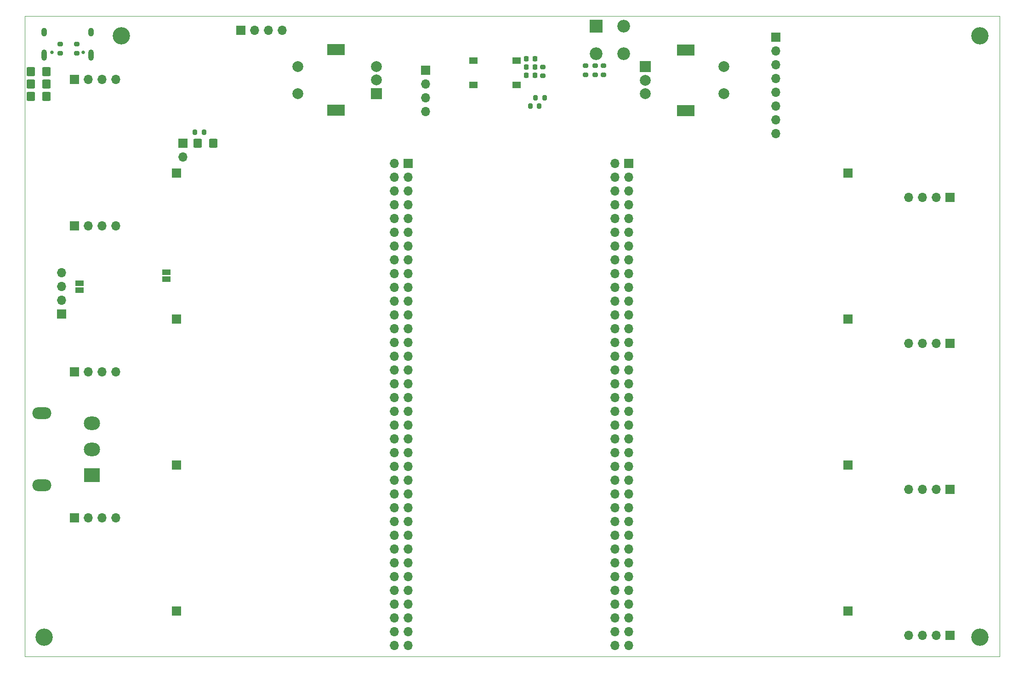
<source format=gbr>
G04 #@! TF.GenerationSoftware,KiCad,Pcbnew,(5.99.0-11749-g6427197962)*
G04 #@! TF.CreationDate,2021-09-04T15:49:30+10:00*
G04 #@! TF.ProjectId,Mainboard,4d61696e-626f-4617-9264-2e6b69636164,rev?*
G04 #@! TF.SameCoordinates,Original*
G04 #@! TF.FileFunction,Soldermask,Top*
G04 #@! TF.FilePolarity,Negative*
%FSLAX46Y46*%
G04 Gerber Fmt 4.6, Leading zero omitted, Abs format (unit mm)*
G04 Created by KiCad (PCBNEW (5.99.0-11749-g6427197962)) date 2021-09-04 15:49:30*
%MOMM*%
%LPD*%
G01*
G04 APERTURE LIST*
G04 Aperture macros list*
%AMRoundRect*
0 Rectangle with rounded corners*
0 $1 Rounding radius*
0 $2 $3 $4 $5 $6 $7 $8 $9 X,Y pos of 4 corners*
0 Add a 4 corners polygon primitive as box body*
4,1,4,$2,$3,$4,$5,$6,$7,$8,$9,$2,$3,0*
0 Add four circle primitives for the rounded corners*
1,1,$1+$1,$2,$3*
1,1,$1+$1,$4,$5*
1,1,$1+$1,$6,$7*
1,1,$1+$1,$8,$9*
0 Add four rect primitives between the rounded corners*
20,1,$1+$1,$2,$3,$4,$5,0*
20,1,$1+$1,$4,$5,$6,$7,0*
20,1,$1+$1,$6,$7,$8,$9,0*
20,1,$1+$1,$8,$9,$2,$3,0*%
G04 Aperture macros list end*
G04 #@! TA.AperFunction,Profile*
%ADD10C,0.100000*%
G04 #@! TD*
%ADD11R,1.700000X1.700000*%
%ADD12O,1.700000X1.700000*%
%ADD13R,2.000000X2.000000*%
%ADD14C,2.000000*%
%ADD15R,3.200000X2.000000*%
%ADD16R,1.500000X1.000000*%
%ADD17RoundRect,0.250000X0.550000X0.575000X-0.550000X0.575000X-0.550000X-0.575000X0.550000X-0.575000X0*%
%ADD18RoundRect,0.200000X-0.200000X-0.275000X0.200000X-0.275000X0.200000X0.275000X-0.200000X0.275000X0*%
%ADD19RoundRect,0.200000X0.200000X0.275000X-0.200000X0.275000X-0.200000X-0.275000X0.200000X-0.275000X0*%
%ADD20RoundRect,0.200000X0.275000X-0.200000X0.275000X0.200000X-0.275000X0.200000X-0.275000X-0.200000X0*%
%ADD21RoundRect,0.200000X-0.275000X0.200000X-0.275000X-0.200000X0.275000X-0.200000X0.275000X0.200000X0*%
%ADD22C,3.200000*%
%ADD23RoundRect,0.225000X0.225000X0.250000X-0.225000X0.250000X-0.225000X-0.250000X0.225000X-0.250000X0*%
%ADD24R,2.350000X2.350000*%
%ADD25C,2.350000*%
%ADD26R,1.550000X1.300000*%
%ADD27O,3.500000X2.200000*%
%ADD28R,3.000000X2.500000*%
%ADD29O,3.000000X2.500000*%
%ADD30C,0.650000*%
%ADD31O,1.000000X1.600000*%
%ADD32O,1.000000X2.100000*%
G04 APERTURE END LIST*
D10*
X239839000Y-159703000D02*
X60261000Y-159703000D01*
X60261000Y-159703000D02*
X60261000Y-41593000D01*
X60261000Y-41593000D02*
X239839000Y-41593000D01*
X239839000Y-41593000D02*
X239839000Y-159703000D01*
D11*
G04 #@! TO.C,J30*
X230685000Y-101947000D03*
D12*
X228145000Y-101947000D03*
X225605000Y-101947000D03*
X223065000Y-101947000D03*
G04 #@! TD*
D13*
G04 #@! TO.C,SW4*
X125102000Y-55840000D03*
D14*
X125102000Y-50840000D03*
X125102000Y-53340000D03*
D15*
X117602000Y-58940000D03*
X117602000Y-47740000D03*
D14*
X110602000Y-50840000D03*
X110602000Y-55840000D03*
G04 #@! TD*
D16*
G04 #@! TO.C,JP6*
X86360000Y-90058000D03*
X86360000Y-88758000D03*
G04 #@! TD*
D11*
G04 #@! TO.C,J3*
X100076000Y-44171000D03*
D12*
X102616000Y-44171000D03*
X105156000Y-44171000D03*
X107696000Y-44171000D03*
G04 #@! TD*
D17*
G04 #@! TO.C,D6*
X64262000Y-56388000D03*
X61412000Y-56388000D03*
G04 #@! TD*
D18*
G04 #@! TO.C,R1*
X153416000Y-58166000D03*
X155066000Y-58166000D03*
G04 #@! TD*
D19*
G04 #@! TO.C,R4*
X93281000Y-62992000D03*
X91631000Y-62992000D03*
G04 #@! TD*
D20*
G04 #@! TO.C,R32*
X69850000Y-48386000D03*
X69850000Y-46736000D03*
G04 #@! TD*
D11*
G04 #@! TO.C,J23*
X211899000Y-97473000D03*
G04 #@! TD*
D21*
G04 #@! TO.C,R9*
X166878000Y-50737000D03*
X166878000Y-52387000D03*
G04 #@! TD*
D11*
G04 #@! TO.C,J27*
X69469000Y-134112000D03*
D12*
X72009000Y-134112000D03*
X74549000Y-134112000D03*
X77089000Y-134112000D03*
G04 #@! TD*
D20*
G04 #@! TO.C,R3*
X155752000Y-52578000D03*
X155752000Y-50928000D03*
G04 #@! TD*
D22*
G04 #@! TO.C,H4*
X236238580Y-156095299D03*
G04 #@! TD*
G04 #@! TO.C,H1*
X78083422Y-45212000D03*
G04 #@! TD*
D11*
G04 #@! TO.C,J32*
X211899000Y-124397000D03*
G04 #@! TD*
D23*
G04 #@! TO.C,C3*
X154241000Y-49467000D03*
X152691000Y-49467000D03*
G04 #@! TD*
G04 #@! TO.C,C1*
X154241000Y-52515000D03*
X152691000Y-52515000D03*
G04 #@! TD*
D11*
G04 #@! TO.C,J25*
X69469000Y-80264000D03*
D12*
X72009000Y-80264000D03*
X74549000Y-80264000D03*
X77089000Y-80264000D03*
G04 #@! TD*
D11*
G04 #@! TO.C,J26*
X69469000Y-107188000D03*
D12*
X72009000Y-107188000D03*
X74549000Y-107188000D03*
X77089000Y-107188000D03*
G04 #@! TD*
D24*
G04 #@! TO.C,D4*
X165544000Y-43434000D03*
D25*
X165544000Y-48514000D03*
X170624000Y-48514000D03*
X170624000Y-43434000D03*
G04 #@! TD*
D17*
G04 #@! TO.C,D5*
X64262000Y-54102000D03*
X61412000Y-54102000D03*
G04 #@! TD*
D11*
G04 #@! TO.C,J7*
X130873000Y-68771000D03*
D12*
X128333000Y-68771000D03*
X130873000Y-71311000D03*
X128333000Y-71311000D03*
X130873000Y-73851000D03*
X128333000Y-73851000D03*
X130873000Y-76391000D03*
X128333000Y-76391000D03*
X130873000Y-78931000D03*
X128333000Y-78931000D03*
X130873000Y-81471000D03*
X128333000Y-81471000D03*
X130873000Y-84011000D03*
X128333000Y-84011000D03*
X130873000Y-86551000D03*
X128333000Y-86551000D03*
X130873000Y-89091000D03*
X128333000Y-89091000D03*
X130873000Y-91631000D03*
X128333000Y-91631000D03*
X130873000Y-94171000D03*
X128333000Y-94171000D03*
X130873000Y-96711000D03*
X128333000Y-96711000D03*
X130873000Y-99251000D03*
X128333000Y-99251000D03*
X130873000Y-101791000D03*
X128333000Y-101791000D03*
X130873000Y-104331000D03*
X128333000Y-104331000D03*
X130873000Y-106871000D03*
X128333000Y-106871000D03*
X130873000Y-109411000D03*
X128333000Y-109411000D03*
X130873000Y-111951000D03*
X128333000Y-111951000D03*
X130873000Y-114491000D03*
X128333000Y-114491000D03*
X130873000Y-117031000D03*
X128333000Y-117031000D03*
X130873000Y-119571000D03*
X128333000Y-119571000D03*
X130873000Y-122111000D03*
X128333000Y-122111000D03*
X130873000Y-124651000D03*
X128333000Y-124651000D03*
X130873000Y-127191000D03*
X128333000Y-127191000D03*
X130873000Y-129731000D03*
X128333000Y-129731000D03*
X130873000Y-132271000D03*
X128333000Y-132271000D03*
X130873000Y-134811000D03*
X128333000Y-134811000D03*
X130873000Y-137351000D03*
X128333000Y-137351000D03*
X130873000Y-139891000D03*
X128333000Y-139891000D03*
X130873000Y-142431000D03*
X128333000Y-142431000D03*
X130873000Y-144971000D03*
X128333000Y-144971000D03*
X130873000Y-147511000D03*
X128333000Y-147511000D03*
X130873000Y-150051000D03*
X128333000Y-150051000D03*
X130873000Y-152591000D03*
X128333000Y-152591000D03*
X130873000Y-155131000D03*
X128333000Y-155131000D03*
X130873000Y-157671000D03*
X128333000Y-157671000D03*
G04 #@! TD*
D23*
G04 #@! TO.C,C2*
X154241000Y-50991000D03*
X152691000Y-50991000D03*
G04 #@! TD*
D22*
G04 #@! TO.C,H2*
X236220000Y-45212000D03*
G04 #@! TD*
D11*
G04 #@! TO.C,J36*
X88201000Y-124397000D03*
G04 #@! TD*
D17*
G04 #@! TO.C,D1*
X94996000Y-65024000D03*
X92146000Y-65024000D03*
G04 #@! TD*
D13*
G04 #@! TO.C,SW3*
X174552511Y-50901489D03*
D14*
X174552511Y-55901489D03*
X174552511Y-53401489D03*
D15*
X182052511Y-47801489D03*
X182052511Y-59001489D03*
D14*
X189052511Y-55901489D03*
X189052511Y-50901489D03*
G04 #@! TD*
D11*
G04 #@! TO.C,J35*
X88201000Y-97473000D03*
G04 #@! TD*
G04 #@! TO.C,J29*
X230685000Y-128871000D03*
D12*
X228145000Y-128871000D03*
X225605000Y-128871000D03*
X223065000Y-128871000D03*
G04 #@! TD*
D11*
G04 #@! TO.C,J33*
X211899000Y-151321000D03*
G04 #@! TD*
D21*
G04 #@! TO.C,R8*
X163576000Y-50737000D03*
X163576000Y-52387000D03*
G04 #@! TD*
D26*
G04 #@! TO.C,SW1*
X150850000Y-49757000D03*
X142900000Y-49757000D03*
X142900000Y-54257000D03*
X150850000Y-54257000D03*
G04 #@! TD*
D17*
G04 #@! TO.C,D3*
X64262000Y-51816000D03*
X61412000Y-51816000D03*
G04 #@! TD*
D11*
G04 #@! TO.C,J37*
X88201000Y-151321000D03*
G04 #@! TD*
D19*
G04 #@! TO.C,R2*
X156019000Y-56642000D03*
X154369000Y-56642000D03*
G04 #@! TD*
D11*
G04 #@! TO.C,J34*
X88201000Y-70549000D03*
G04 #@! TD*
D16*
G04 #@! TO.C,JP5*
X70358000Y-92090000D03*
X70358000Y-90790000D03*
G04 #@! TD*
D11*
G04 #@! TO.C,J8*
X171513000Y-68771000D03*
D12*
X168973000Y-68771000D03*
X171513000Y-71311000D03*
X168973000Y-71311000D03*
X171513000Y-73851000D03*
X168973000Y-73851000D03*
X171513000Y-76391000D03*
X168973000Y-76391000D03*
X171513000Y-78931000D03*
X168973000Y-78931000D03*
X171513000Y-81471000D03*
X168973000Y-81471000D03*
X171513000Y-84011000D03*
X168973000Y-84011000D03*
X171513000Y-86551000D03*
X168973000Y-86551000D03*
X171513000Y-89091000D03*
X168973000Y-89091000D03*
X171513000Y-91631000D03*
X168973000Y-91631000D03*
X171513000Y-94171000D03*
X168973000Y-94171000D03*
X171513000Y-96711000D03*
X168973000Y-96711000D03*
X171513000Y-99251000D03*
X168973000Y-99251000D03*
X171513000Y-101791000D03*
X168973000Y-101791000D03*
X171513000Y-104331000D03*
X168973000Y-104331000D03*
X171513000Y-106871000D03*
X168973000Y-106871000D03*
X171513000Y-109411000D03*
X168973000Y-109411000D03*
X171513000Y-111951000D03*
X168973000Y-111951000D03*
X171513000Y-114491000D03*
X168973000Y-114491000D03*
X171513000Y-117031000D03*
X168973000Y-117031000D03*
X171513000Y-119571000D03*
X168973000Y-119571000D03*
X171513000Y-122111000D03*
X168973000Y-122111000D03*
X171513000Y-124651000D03*
X168973000Y-124651000D03*
X171513000Y-127191000D03*
X168973000Y-127191000D03*
X171513000Y-129731000D03*
X168973000Y-129731000D03*
X171513000Y-132271000D03*
X168973000Y-132271000D03*
X171513000Y-134811000D03*
X168973000Y-134811000D03*
X171513000Y-137351000D03*
X168973000Y-137351000D03*
X171513000Y-139891000D03*
X168973000Y-139891000D03*
X171513000Y-142431000D03*
X168973000Y-142431000D03*
X171513000Y-144971000D03*
X168973000Y-144971000D03*
X171513000Y-147511000D03*
X168973000Y-147511000D03*
X171513000Y-150051000D03*
X168973000Y-150051000D03*
X171513000Y-152591000D03*
X168973000Y-152591000D03*
X171513000Y-155131000D03*
X168973000Y-155131000D03*
X171513000Y-157671000D03*
X168973000Y-157671000D03*
G04 #@! TD*
D21*
G04 #@! TO.C,R10*
X165354000Y-50737000D03*
X165354000Y-52387000D03*
G04 #@! TD*
D22*
G04 #@! TO.C,H3*
X63864320Y-156096379D03*
G04 #@! TD*
D11*
G04 #@! TO.C,J31*
X230685000Y-75023000D03*
D12*
X228145000Y-75023000D03*
X225605000Y-75023000D03*
X223065000Y-75023000D03*
G04 #@! TD*
D20*
G04 #@! TO.C,R31*
X66802000Y-48386000D03*
X66802000Y-46736000D03*
G04 #@! TD*
D11*
G04 #@! TO.C,J28*
X230685000Y-155795000D03*
D12*
X228145000Y-155795000D03*
X225605000Y-155795000D03*
X223065000Y-155795000D03*
G04 #@! TD*
D11*
G04 #@! TO.C,J16*
X134159643Y-51562000D03*
D12*
X134159643Y-54102000D03*
X134159643Y-56642000D03*
X134159643Y-59182000D03*
G04 #@! TD*
D11*
G04 #@! TO.C,J20*
X211899000Y-70549000D03*
G04 #@! TD*
G04 #@! TO.C,J24*
X69469000Y-53252000D03*
D12*
X72009000Y-53252000D03*
X74549000Y-53252000D03*
X77089000Y-53252000D03*
G04 #@! TD*
D11*
G04 #@! TO.C,J2*
X67081000Y-96510000D03*
D12*
X67081000Y-93970000D03*
X67081000Y-91430000D03*
X67081000Y-88890000D03*
G04 #@! TD*
D27*
G04 #@! TO.C,SW2*
X63444000Y-114762000D03*
X63444000Y-128062000D03*
D28*
X72644000Y-126244000D03*
D29*
X72644000Y-121444000D03*
X72644000Y-116644000D03*
G04 #@! TD*
D11*
G04 #@! TO.C,J4*
X198603000Y-45481000D03*
D12*
X198603000Y-48021000D03*
X198603000Y-50561000D03*
X198603000Y-53101000D03*
X198603000Y-55641000D03*
X198603000Y-58181000D03*
X198603000Y-60721000D03*
X198603000Y-63261000D03*
G04 #@! TD*
D30*
G04 #@! TO.C,J1*
X71025000Y-48205000D03*
X65245000Y-48205000D03*
D31*
X72455000Y-44555000D03*
X63815000Y-44555000D03*
D32*
X72455000Y-48735000D03*
X63815000Y-48735000D03*
G04 #@! TD*
D11*
G04 #@! TO.C,J9*
X89383000Y-65044000D03*
D12*
X89383000Y-67584000D03*
G04 #@! TD*
M02*

</source>
